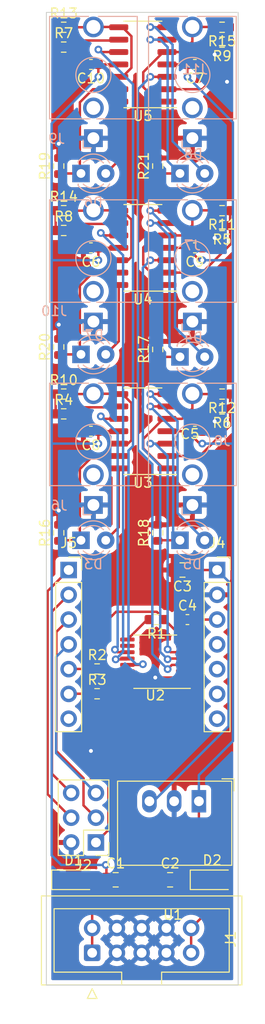
<source format=kicad_pcb>
(kicad_pcb (version 20211014) (generator pcbnew)
  (layers (0 "F.Cu" signal) (31 "B.Cu" signal) (34 "B.Paste" user) (35 "F.Paste" user) (36 "B.SilkS" user "B.Silkscreen") (37 "F.SilkS" user "F.Silkscreen") (38 "B.Mask" user) (39 "F.Mask" user) (44 "Edge.Cuts" user))
  (net 0 "")
  (net 1 "GND")
  (net 2 "+12V")
  (net 3 "-12V")
  (net 4 "+3V3")
  (net 5 "Net-(D1-Pad1)")
  (net 6 "Net-(D2-Pad2)")
  (net 7 "Net-(D3-Pad2)")
  (net 8 "Net-(D7-Pad2)")
  (net 9 "Net-(D4-Pad2)")
  (net 10 "Net-(D5-Pad1)")
  (net 11 "Net-(D5-Pad2)")
  (net 12 "Net-(D6-Pad1)")
  (net 13 "Net-(D6-Pad2)")
  (net 14 "Net-(D7-Pad1)")
  (net 15 "Net-(D8-Pad1)")
  (net 16 "Net-(J9-PadT)")
  (net 18 "+5V")
  (net 19 "MO")
  (net 20 "MI")
  (net 21 "SCK")
  (net 22 "RX")
  (net 23 "A0")
  (net 24 "A1")
  (net 25 "A2")
  (net 26 "A3")
  (net 27 "SDA")
  (net 28 "SCL")
  (net 29 "TX")
  (net 31 "Net-(J6-PadT)")
  (net 33 "Net-(J7-PadT)")
  (net 35 "Net-(J8-PadT)")
  (net 36 "Net-(R10-Pad1)")
  (net 37 "Net-(D4-Pad1)")
  (net 38 "Net-(R14-Pad1)")
  (net 39 "Net-(D8-Pad2)")
  (net 40 "Net-(D3-Pad1)")
  (net 41 "Net-(J10-PadT)")
  (net 43 "Net-(J11-PadT)")
  (net 45 "Net-(R1-Pad2)")
  (net 46 "Net-(R11-Pad1)")
  (net 47 "Net-(R12-Pad1)")
  (net 48 "Net-(R13-Pad1)")
  (net 49 "Net-(R15-Pad1)")
  (net 50 "Net-(U2-Pad4)")
  (net 51 "Net-(U2-Pad5)")
  (net 52 "Net-(U2-Pad6)")
  (net 55 "Net-(U2-Pad11)")
  (net 56 "Net-(U2-Pad12)")
  (net 57 "Net-(U2-Pad13)")
  (footprint "Capacitor_SMD:C_0805_2012Metric" (layer "F.Cu") (at 156.308048 128.27)
    (fp_text reference "C2")
    (fp_text value "22u")
  )
  (footprint "Connector_PinSocket_2.54mm:PinSocket_1x07_P2.54mm_Vertical" (layer "F.Cu") (at 161.134048 96.52)
    (fp_text reference "J4")
    (fp_text value "Conn_01x07")
  )
  (footprint "Resistor_SMD:R_0603_1608Metric" (layer "F.Cu") (at 144.878048 55.118 90)
    (fp_text reference "R19")
    (fp_text value "1k")
  )
  (footprint "Resistor_SMD:R_0603_1608Metric" (layer "F.Cu") (at 161.642048 40.894 180)
    (fp_text reference "R15")
    (fp_text value "10k")
  )
  (footprint "Resistor_SMD:R_0603_1608Metric" (layer "F.Cu") (at 148.815048 109.2)
    (fp_text reference "R3")
    (fp_text value "10k")
  )
  (footprint "Capacitor_SMD:C_0603_1608Metric" (layer "F.Cu") (at 158.848048 44.704 180)
    (fp_text reference "C7")
    (fp_text value "100n")
  )
  (footprint "Resistor_SMD:R_0603_1608Metric" (layer "F.Cu") (at 145.386048 40.894)
    (fp_text reference "R13")
    (fp_text value "10k")
  )
  (footprint "Converter_DCDC:Converter_DCDC_RECOM_R-78E-0.5_THT" (layer "F.Cu") (at 159.263048 120.2205 180)
    (fp_text reference "U1")
    (fp_text value "R-78C3.3-1.0")
  )
  (footprint "Package_SO:TSSOP-16_4.4x5mm_P0.65mm" (layer "F.Cu") (at 154.784048 105.918 180)
    (fp_text reference "U2")
    (fp_text value "DAC7578xPW")
  )
  (footprint "Resistor_SMD:R_0603_1608Metric" (layer "F.Cu") (at 155.038048 92.71 90)
    (fp_text reference "R18")
    (fp_text value "1k")
  )
  (footprint "Capacitor_SMD:C_0603_1608Metric" (layer "F.Cu") (at 158.848048 82.296 180)
    (fp_text reference "C5")
    (fp_text value "100n")
  )
  (footprint "Resistor_SMD:R_0603_1608Metric" (layer "F.Cu") (at 144.878048 73.66 90)
    (fp_text reference "R20")
    (fp_text value "1k")
  )
  (footprint "Resistor_SMD:R_0603_1608Metric" (layer "F.Cu") (at 145.386048 80.518)
    (fp_text reference "R4")
    (fp_text value "4.7k")
  )
  (footprint "Resistor_SMD:R_0603_1608Metric" (layer "F.Cu") (at 144.878048 92.71 90)
    (fp_text reference "R16")
    (fp_text value "1k")
  )
  (footprint "Resistor_SMD:R_0603_1608Metric" (layer "F.Cu") (at 161.642048 59.69 180)
    (fp_text reference "R11")
    (fp_text value "10k")
  )
  (footprint "Capacitor_SMD:C_0603_1608Metric" (layer "F.Cu") (at 148.180048 44.704 180)
    (fp_text reference "C10")
    (fp_text value "100n")
  )
  (footprint "Connector_PinSocket_2.54mm:PinSocket_1x07_P2.54mm_Vertical" (layer "F.Cu") (at 145.894048 96.52)
    (fp_text reference "J5")
    (fp_text value "Conn_01x07")
  )
  (footprint "Resistor_SMD:R_0603_1608Metric" (layer "F.Cu") (at 145.386048 42.926)
    (fp_text reference "R7")
    (fp_text value "4.7k")
  )
  (footprint "Package_SO:SOIC-14_3.9x8.7mm_P1.27mm" (layer "F.Cu") (at 153.514048 63.5 180)
    (fp_text reference "U4")
    (fp_text value "TL074")
  )
  (footprint "Package_SO:SOIC-14_3.9x8.7mm_P1.27mm" (layer "F.Cu") (at 153.514048 82.296 180)
    (fp_text reference "U3")
    (fp_text value "TL074")
  )
  (footprint "Resistor_SMD:R_0603_1608Metric" (layer "F.Cu") (at 155.038048 73.914 90)
    (fp_text reference "R17")
    (fp_text value "1k")
  )
  (footprint "Capacitor_SMD:C_0805_2012Metric" (layer "F.Cu") (at 150.720048 128.27)
    (fp_text reference "C1")
    (fp_text value "22u")
  )
  (footprint "Resistor_SMD:R_0603_1608Metric" (layer "F.Cu") (at 148.815048 106.66)
    (fp_text reference "R2")
    (fp_text value "10k")
  )
  (footprint "Resistor_SMD:R_0603_1608Metric" (layer "F.Cu") (at 161.642048 78.486 180)
    (fp_text reference "R12")
    (fp_text value "10k")
  )
  (footprint "Resistor_SMD:R_0603_1608Metric" (layer "F.Cu") (at 161.642048 42.418 180)
    (fp_text reference "R9")
    (fp_text value "4.7k")
  )
  (footprint "Resistor_SMD:R_0603_1608Metric" (layer "F.Cu") (at 161.642048 80.01 180)
    (fp_text reference "R6")
    (fp_text value "4.7k")
  )
  (footprint "Capacitor_SMD:C_0805_2012Metric" (layer "F.Cu") (at 157.578048 96.52 180)
    (fp_text reference "C3")
    (fp_text value "22u")
  )
  (footprint "Capacitor_SMD:C_0603_1608Metric" (layer "F.Cu") (at 158.086048 101.6)
    (fp_text reference "C4")
    (fp_text value "100n")
  )
  (footprint "Resistor_SMD:R_0603_1608Metric" (layer "F.Cu") (at 155.038048 55.118 90)
    (fp_text reference "R21")
    (fp_text value "1k")
  )
  (footprint "Connector_IDC:IDC-Header_2x05_P2.54mm_Vertical" (layer "F.Cu") (at 148.307048 135.7535 90)
    (fp_text reference "J1")
    (fp_text value "Conn_02x05_Odd_Even")
  )
  (footprint "Diode_SMD:D_SOD-123" (layer "F.Cu") (at 146.402048 128.27)
    (fp_text reference "D1")
    (fp_text value "1N5819")
  )
  (footprint "Connector_PinHeader_2.54mm:PinHeader_2x03_P2.54mm_Vertical" (layer "F.Cu") (at 148.693048 124.445 180)
    (fp_text reference "J2")
    (fp_text value "Conn_02x03_Odd_Even")
  )
  (footprint "Diode_SMD:D_SOD-123" (layer "F.Cu") (at 160.626048 128.27)
    (fp_text reference "D2")
    (fp_text value "1N5819")
  )
  (footprint "Resistor_SMD:R_0603_1608Metric" (layer "F.Cu") (at 154.911048 101.6 180)
    (fp_text reference "R1")
    (fp_text value "10k")
  )
  (footprint "Capacitor_SMD:C_0603_1608Metric" (layer "F.Cu") (at 148.180048 63.5 180)
    (fp_text reference "C6")
    (fp_text value "100n")
  )
  (footprint "Package_SO:SOIC-14_3.9x8.7mm_P1.27mm" (layer "F.Cu") (at 153.514048 44.704 180)
    (fp_text reference "U5")
    (fp_text value "TL074")
  )
  (footprint "Resistor_SMD:R_0603_1608Metric" (layer "F.Cu") (at 145.386048 61.722)
    (fp_text reference "R8")
    (fp_text value "4.7k")
  )
  (footprint "Capacitor_SMD:C_0603_1608Metric" (layer "F.Cu") (at 148.180048 82.296 180)
    (fp_text reference "C8")
    (fp_text value "100n")
  )
  (footprint "Resistor_SMD:R_0603_1608Metric" (layer "F.Cu") (at 145.386048 59.69)
    (fp_text reference "R14")
    (fp_text value "10k")
  )
  (footprint "Capacitor_SMD:C_0603_1608Metric" (layer "F.Cu") (at 158.848048 63.5 180)
    (fp_text reference "C9")
    (fp_text value "100n")
  )
  (footprint "Resistor_SMD:R_0603_1608Metric" (layer "F.Cu") (at 145.386048 78.486)
    (fp_text reference "R10")
    (fp_text value "10k")
  )
  (footprint "Resistor_SMD:R_0603_1608Metric" (layer "F.Cu") (at 161.642048 61.214 180)
    (fp_text reference "R5")
    (fp_text value "4.7k")
  )
  (footprint "LED_THT:LED_D3.0mm_FlatTop" (layer "B.Cu") (at 147.159048 93.472)
    (fp_text reference "D3")
    (fp_text value "LED")
  )
  (footprint "Connector_Audio:Jack_3.5mm_QingPu_WQP-PJ398SM_Vertical_CircularHoles" (layer "B.Cu") (at 158.594048 71.058)
    (fp_text reference "J7")
    (fp_text value "AudioJack2_SwitchT")
  )
  (footprint "Connector_Audio:Jack_3.5mm_QingPu_WQP-PJ398SM_Vertical_CircularHoles" (layer "B.Cu") (at 148.434048 52.262)
    (fp_text reference "J9")
    (fp_text value "AudioJack2_SwitchT")
  )
  (footprint "LED_THT:LED_D3.0mm_FlatTop" (layer "B.Cu") (at 147.159048 74.422)
    (fp_text reference "D7")
    (fp_text value "LED")
  )
  (footprint "Connector_Audio:Jack_3.5mm_QingPu_WQP-PJ398SM_Vertical_CircularHoles" (layer "B.Cu") (at 148.434048 89.854)
    (fp_text reference "J6")
    (fp_text value "AudioJack2_SwitchT")
  )
  (footprint "LED_THT:LED_D3.0mm_FlatTop" (layer "B.Cu") (at 147.159048 55.88)
    (fp_text reference "D6")
    (fp_text value "LED")
  )
  (footprint "Connector_Audio:Jack_3.5mm_QingPu_WQP-PJ398SM_Vertical_CircularHoles" (layer "B.Cu") (at 148.434048 71.058)
    (fp_text reference "J10")
    (fp_text value "AudioJack2_SwitchT")
  )
  (footprint "Connector_Audio:Jack_3.5mm_QingPu_WQP-PJ398SM_Vertical_CircularHoles" (layer "B.Cu") (at 158.594048 52.262)
    (fp_text reference "J11")
    (fp_text value "AudioJack2_SwitchT")
  )
  (footprint "LED_THT:LED_D3.0mm_FlatTop" (layer "B.Cu") (at 157.319048 55.88)
    (fp_text reference "D8")
    (fp_text value "LED")
  )
  (footprint "Connector_Audio:Jack_3.5mm_QingPu_WQP-PJ398SM_Vertical_CircularHoles" (layer "B.Cu") (at 158.594048 89.854)
    (fp_text reference "J8")
    (fp_text value "AudioJack2_SwitchT")
  )
  (footprint "LED_THT:LED_D3.0mm_FlatTop" (layer "B.Cu") (at 157.319048 93.472)
    (fp_text reference "D5")
    (fp_text value "LED")
  )
  (footprint "LED_THT:LED_D3.0mm_FlatTop" (layer "B.Cu") (at 157.319048 74.676)
    (fp_text reference "D4")
    (fp_text value "LED")
  )
  (gr_rect (start 143.608048 139.065) (end 163.293048 39.37) (layer "Edge.Cuts") (width 0.1) (fill none))
  (segment (start 152.609409 106.893) (end 151.921548 106.893) (width 0.25) (layer "F.Cu") (net 1))
  (segment (start 154.784048 107.543) (end 153.259409 107.543) (width 0.25) (layer "F.Cu") (net 1))
  (segment (start 153.259409 107.543) (end 152.609409 106.893) (width 0.25) (layer "F.Cu") (net 1))
  (segment (start 157.646548 107.543) (end 154.784048 107.543) (width 0.25) (layer "F.Cu") (net 1))
  (via (at 144.878048 90.424) (size 0.8) (drill 0.4) (layers "F.Cu" "B.Cu") (net 1))
  (via (at 160.880048 81.28) (size 0.8) (drill 0.4) (layers "F.Cu" "B.Cu") (net 1))
  (via (at 144.878048 52.832) (size 0.8) (drill 0.4) (layers "F.Cu" "B.Cu") (net 1))
  (via (at 160.880048 43.688) (size 0.8) (drill 0.4) (layers "F.Cu" "B.Cu") (net 1))
  (via (at 144.878048 71.374) (size 0.8) (drill 0.4) (layers "F.Cu" "B.Cu") (net 1))
  (via (at 162.150048 46.482) (size 0.8) (drill 0.4) (layers "F.Cu" "B.Cu") (net 1))
  (via (at 160.880048 62.484) (size 0.8) (drill 0.4) (layers "F.Cu" "B.Cu") (net 1))
  (via (at 148.180048 115.062) (size 0.8) (drill 0.4) (layers "F.Cu" "B.Cu") (net 1))
  (via (at 154.784048 107.543) (size 0.8) (drill 0.4) (layers "F.Cu" "B.Cu") (net 1))
  (segment (start 159.263048 127.983) (end 158.976048 128.27) (width 0.25) (layer "F.Cu") (net 2))
  (segment (start 159.263048 120.2205) (end 159.263048 127.983) (width 0.25) (layer "F.Cu") (net 2))
  (segment (start 158.073048 45.961) (end 158.073048 44.704) (width 0.25) (layer "F.Cu") (net 2))
  (segment (start 158.976048 128.27) (end 157.258048 128.27) (width 0.25) (layer "F.Cu") (net 2))
  (segment (start 159.605749 83.561701) (end 159.338749 83.561701) (width 0.25) (layer "F.Cu") (net 2))
  (segment (start 159.338749 83.561701) (end 158.073048 82.296) (width 0.25) (layer "F.Cu") (net 2))
  (segment (start 158.086048 45.974) (end 158.073048 45.961) (width 0.25) (layer "F.Cu") (net 2))
  (segment (start 155.989048 82.296) (end 158.073048 82.296) (width 0.25) (layer "F.Cu") (net 2))
  (segment (start 159.343048 64.77) (end 158.073048 63.5) (width 0.25) (layer "F.Cu") (net 2))
  (segment (start 158.073048 63.5) (end 155.989048 63.5) (width 0.25) (layer "F.Cu") (net 2))
  (segment (start 159.610048 64.77) (end 159.343048 64.77) (width 0.25) (layer "F.Cu") (net 2))
  (segment (start 155.989048 44.704) (end 158.073048 44.704) (width 0.25) (layer "F.Cu") (net 2))
  (via (at 159.610048 64.77) (size 0.8) (drill 0.4) (layers "F.Cu" "B.Cu") (net 2))
  (via (at 158.086048 45.974) (size 0.8) (drill 0.4) (layers "F.Cu" "B.Cu") (net 2))
  (via (at 159.605749 83.561701) (size 0.8) (drill 0.4) (layers "F.Cu" "B.Cu") (net 2))
  (segment (start 159.605749 83.561701) (end 159.610048 83.566) (width 0.25) (layer "B.Cu") (net 2))
  (segment (start 159.610048 64.77) (end 162.658048 64.77) (width 0.25) (layer "B.Cu") (net 2))
  (segment (start 159.263048 117.541031) (end 162.758079 114.046) (width 0.25) (layer "B.Cu") (net 2))
  (segment (start 159.610048 83.566) (end 162.658048 83.566) (width 0.25) (layer "B.Cu") (net 2))
  (segment (start 162.658048 83.566) (end 162.758079 83.465969) (width 0.25) (layer "B.Cu") (net 2))
  (segment (start 159.263048 120.2205) (end 159.263048 117.541031) (width 0.25) (layer "B.Cu") (net 2))
  (segment (start 162.758079 83.465969) (end 162.758079 114.046) (width 0.25) (layer "B.Cu") (net 2))
  (segment (start 158.086048 45.974) (end 162.758079 50.646031) (width 0.25) (layer "B.Cu") (net 2))
  (segment (start 162.758079 64.669969) (end 162.758079 83.465969) (width 0.25) (layer "B.Cu") (net 2))
  (segment (start 162.658048 64.77) (end 162.758079 64.669969) (width 0.25) (layer "B.Cu") (net 2))
  (segment (start 162.758079 50.646031) (end 162.758079 64.669969) (width 0.25) (layer "B.Cu") (net 2))
  (segment (start 148.942048 83.566) (end 148.942048 82.309) (width 0.25) (layer "F.Cu") (net 3))
  (segment (start 149.770048 128.27) (end 149.770048 126.812) (width 0.25) (layer "F.Cu") (net 3))
  (segment (start 151.039048 63.5) (end 148.955048 63.5) (width 0.25) (layer "F.Cu") (net 3))
  (segment (start 148.942048 63.513) (end 148.955048 63.5) (width 0.25) (layer "F.Cu") (net 3))
  (segment (start 148.942048 64.77) (end 148.942048 63.513) (width 0.25) (layer "F.Cu") (net 3))
  (segment (start 148.942048 82.309) (end 148.955048 82.296) (width 0.25) (layer "F.Cu") (net 3))
  (segment (start 148.955048 82.296) (end 151.039048 82.296) (width 0.25) (layer "F.Cu") (net 3))
  (segment (start 148.052048 128.27) (end 149.770048 128.27) (width 0.25) (layer "F.Cu") (net 3))
  (segment (start 148.942048 44.717) (end 148.955048 44.704) (width 0.25) (layer "F.Cu") (net 3))
  (segment (start 148.942048 45.974) (end 148.942048 44.717) (width 0.25) (layer "F.Cu") (net 3))
  (segment (start 149.770048 126.812) (end 149.704048 126.746) (width 0.25) (layer "F.Cu") (net 3))
  (segment (start 151.039048 44.704) (end 148.955048 44.704) (width 0.25) (layer "F.Cu") (net 3))
  (via (at 148.942048 45.974) (size 0.8) (drill 0.4) (layers "F.Cu" "B.Cu") (net 3))
  (via (at 148.942048 83.566) (size 0.8) (drill 0.4) (layers "F.Cu" "B.Cu") (net 3))
  (via (at 148.942048 64.77) (size 0.8) (drill 0.4) (layers "F.Cu" "B.Cu") (net 3))
  (via (at 149.704048 126.746) (size 0.8) (drill 0.4) (layers "F.Cu" "B.Cu") (net 3))
  (segment (start 144.153537 83.528511) (end 144.153537 64.732511) (width 0.25) (layer "B.Cu") (net 3))
  (segment (start 145.132048 126.746) (end 144.153537 125.767489) (width 0.25) (layer "B.Cu") (net 3))
  (segment (start 148.942048 64.77) (end 144.191026 64.77) (width 0.25) (layer "B.Cu") (net 3))
  (segment (start 144.153537 64.732511) (end 144.153537 50.762511) (width 0.25) (layer "B.Cu") (net 3))
  (segment (start 144.153537 125.767489) (end 144.153537 83.528511) (width 0.25) (layer "B.Cu") (net 3))
  (segment (start 149.704048 126.746) (end 145.132048 126.746) (width 0.25) (layer "B.Cu") (net 3))
  (segment (start 148.942048 83.566) (end 144.191026 83.566) (width 0.25) (layer "B.Cu") (net 3))
  (segment (start 144.191026 64.77) (end 144.153537 64.732511) (width 0.25) (layer "B.Cu") (net 3))
  (segment (start 144.153537 50.762511) (end 148.942048 45.974) (width 0.25) (layer "B.Cu") (net 3))
  (segment (start 144.191026 83.566) (end 144.153537 83.528511) (width 0.25) (layer "B.Cu") (net 3))
  (segment (start 157.646548 103.643) (end 157.646548 102.8145) (width 0.25) (layer "F.Cu") (net 4))
  (segment (start 158.861048 108.316361) (end 158.861048 106.366361) (width 0.25) (layer "F.Cu") (net 4))
  (segment (start 157.646548 102.8145) (end 158.861048 101.6) (width 0.25) (layer "F.Cu") (net 4))
  (segment (start 158.861048 106.366361) (end 158.861048 101.6) (width 0.25) (layer "F.Cu") (net 4))
  (segment (start 158.334409 106.893) (end 158.861048 106.366361) (width 0.25) (layer "F.Cu") (net 4))
  (segment (start 158.861048 101.6) (end 161.134048 101.6) (width 0.25) (layer "F.Cu") (net 4))
  (segment (start 157.646548 102.8145) (end 156.950548 102.8145) (width 0.25) (layer "F.Cu") (net 4))
  (segment (start 149.978048 123.16) (end 148.693048 124.445) (width 0.25) (layer "F.Cu") (net 4))
  (segment (start 155.736048 101.6) (end 154.936528 100.80048) (width 0.25) (layer "F.Cu") (net 4))
  (segment (start 149.640048 109.2) (end 157.977409 109.2) (width 0.25) (layer "F.Cu") (net 4))
  (segment (start 157.977409 109.2) (end 158.861048 108.316361) (width 0.25) (layer "F.Cu") (net 4))
  (segment (start 156.950548 102.8145) (end 155.736048 101.6) (width 0.25) (layer "F.Cu") (net 4))
  (segment (start 150.757568 100.80048) (end 149.640048 101.918) (width 0.25) (layer "F.Cu") (net 4))
  (segment (start 149.640048 109.2) (end 149.978048 109.538) (width 0.25) (layer "F.Cu") (net 4))
  (segment (start 149.978048 109.538) (end 149.978048 123.16) (width 0.25) (layer "F.Cu") (net 4))
  (segment (start 149.640048 101.918) (end 149.640048 106.66) (width 0.25) (layer "F.Cu") (net 4))
  (segment (start 154.936528 100.80048) (end 150.757568 100.80048) (width 0.25) (layer "F.Cu") (net 4))
  (segment (start 157.646548 106.893) (end 158.334409 106.893) (width 0.25) (layer "F.Cu") (net 4))
  (segment (start 148.307048 135.7535) (end 148.307048 133.2135) (width 0.25) (layer "F.Cu") (net 5))
  (segment (start 148.307048 131.825) (end 144.752048 128.27) (width 0.25) (layer "F.Cu") (net 5))
  (segment (start 148.307048 133.2135) (end 148.307048 131.825) (width 0.25) (layer "F.Cu") (net 5))
  (segment (start 162.276048 128.27) (end 162.276048 129.4045) (width 0.25) (layer "F.Cu") (net 6))
  (segment (start 162.276048 129.4045) (end 158.467048 133.2135) (width 0.25) (layer "F.Cu") (net 6))
  (segment (start 158.467048 135.7535) (end 158.467048 133.2135) (width 0.25) (layer "F.Cu") (net 6))
  (segment (start 151.039048 86.106) (end 151.039048 92.132) (width 0.25) (layer "F.Cu") (net 7))
  (segment (start 151.039048 92.132) (end 149.699048 93.472) (width 0.25) (layer "F.Cu") (net 7))
  (segment (start 151.039048 73.082) (end 149.699048 74.422) (width 0.25) (layer "F.Cu") (net 8))
  (segment (start 151.039048 67.31) (end 151.039048 73.082) (width 0.25) (layer "F.Cu") (net 8))
  (segment (start 154.276048 59.69) (end 155.989048 59.69) (width 0.25) (layer "F.Cu") (net 9))
  (via (at 154.276048 59.69) (size 0.8) (drill 0.4) (layers "F.Cu" "B.Cu") (net 9))
  (segment (start 156.816048 71.633) (end 156.816048 62.23) (width 0.25) (layer "B.Cu") (net 9))
  (segment (start 159.859048 74.676) (end 156.816048 71.633) (width 0.25) (layer "B.Cu") (net 9))
  (segment (start 156.816048 62.23) (end 154.276048 59.69) (width 0.25) (layer "B.Cu") (net 9))
  (segment (start 155.101048 93.472) (end 155.038048 93.535) (width 0.25) (layer "F.Cu") (net 10))
  (segment (start 157.319048 93.472) (end 155.101048 93.472) (width 0.25) (layer "F.Cu") (net 10))
  (segment (start 154.276048 79.756) (end 155.989048 79.756) (width 0.25) (layer "F.Cu") (net 10))
  (via (at 154.276048 79.756) (size 0.8) (drill 0.4) (layers "F.Cu" "B.Cu") (net 10))
  (segment (start 157.319048 93.472) (end 156.620528 92.77348) (width 0.25) (layer "B.Cu") (net 10))
  (segment (start 156.620528 82.10048) (end 154.276048 79.756) (width 0.25) (layer "B.Cu") (net 10))
  (segment (start 156.620528 92.77348) (end 156.620528 82.10048) (width 0.25) (layer "B.Cu") (net 10))
  (segment (start 154.276048 78.486) (end 155.989048 78.486) (width 0.25) (layer "F.Cu") (net 11))
  (via (at 154.276048 78.486) (size 0.8) (drill 0.4) (layers "F.Cu" "B.Cu") (net 11))
  (segment (start 157.070048 90.683) (end 157.070048 81.28) (width 0.25) (layer "B.Cu") (net 11))
  (segment (start 159.859048 93.472) (end 157.070048 90.683) (width 0.25) (layer "B.Cu") (net 11))
  (segment (start 157.070048 81.28) (end 154.276048 78.486) (width 0.25) (layer "B.Cu") (net 11))
  (segment (start 147.044537 55.765489) (end 147.159048 55.88) (width 0.25) (layer "F.Cu") (net 12))
  (segment (start 148.386982 47.244) (end 147.044537 48.586445) (width 0.25) (layer "F.Cu") (net 12))
  (segment (start 147.044537 48.586445) (end 147.044537 55.765489) (width 0.25) (layer "F.Cu") (net 12))
  (segment (start 144.941048 55.88) (end 144.878048 55.943) (width 0.25) (layer "F.Cu") (net 12))
  (segment (start 151.039048 47.244) (end 148.386982 47.244) (width 0.25) (layer "F.Cu") (net 12))
  (segment (start 147.159048 55.88) (end 144.941048 55.88) (width 0.25) (layer "F.Cu") (net 12))
  (segment (start 151.039048 48.514) (end 151.039048 54.54) (width 0.25) (layer "F.Cu") (net 13))
  (segment (start 151.039048 54.54) (end 149.699048 55.88) (width 0.25) (layer "F.Cu") (net 13))
  (segment (start 144.941048 74.422) (end 144.878048 74.485) (width 0.25) (layer "F.Cu") (net 14))
  (segment (start 151.039048 66.04) (end 148.386982 66.04) (width 0.25) (layer "F.Cu") (net 14))
  (segment (start 148.386982 66.04) (end 147.044537 67.382445) (width 0.25) (layer "F.Cu") (net 14))
  (segment (start 147.044537 67.382445) (end 147.044537 74.307489) (width 0.25) (layer "F.Cu") (net 14))
  (segment (start 147.159048 74.422) (end 144.941048 74.422) (width 0.25) (layer "F.Cu") (net 14))
  (segment (start 147.044537 74.307489) (end 147.159048 74.422) (width 0.25) (layer "F.Cu") (net 14))
  (segment (start 155.989048 42.164) (end 154.276048 42.164) (width 0.25) (layer "F.Cu") (net 15))
  (segment (start 155.101048 55.88) (end 155.038048 55.943) (width 0.25) (layer "F.Cu") (net 15))
  (segment (start 157.319048 55.88) (end 155.101048 55.88) (width 0.25) (layer "F.Cu") (net 15))
  (via (at 154.276048 42.164) (size 0.8) (drill 0.4) (layers "F.Cu" "B.Cu") (net 15))
  (segment (start 156.054048 54.615) (end 156.054048 42.926) (width 0.25) (layer "B.Cu") (net 15))
  (segment (start 155.292048 42.164) (end 154.276048 42.164) (width 0.25) (layer "B.Cu") (net 15))
  (segment (start 156.054048 42.926) (end 155.292048 42.164) (width 0.25) (layer "B.Cu") (net 15))
  (segment (start 157.319048 55.88) (end 156.054048 54.615) (width 0.25) (layer "B.Cu") (net 15))
  (segment (start 151.039048 45.974) (end 151.41512 45.974) (width 0.25) (layer "F.Cu") (net 16))
  (segment (start 152.338568 41.817448) (end 151.41512 40.894) (width 0.25) (layer "F.Cu") (net 16))
  (segment (start 151.41512 45.974) (end 152.338568 45.050552) (width 0.25) (layer "F.Cu") (net 16))
  (segment (start 148.402048 40.894) (end 148.434048 40.862) (width 0.25) (layer "F.Cu") (net 16))
  (segment (start 151.41512 40.894) (end 151.039048 40.894) (width 0.25) (layer "F.Cu") (net 16))
  (segment (start 151.007048 40.862) (end 148.434048 40.862) (width 0.25) (layer "F.Cu") (net 16))
  (segment (start 146.211048 40.894) (end 148.402048 40.894) (width 0.25) (layer "F.Cu") (net 16))
  (segment (start 151.039048 40.894) (end 151.007048 40.862) (width 0.25) (layer "F.Cu") (net 16))
  (segment (start 152.338568 45.050552) (end 152.338568 41.817448) (width 0.25) (layer "F.Cu") (net 16))
  (segment (start 158.528048 96.52) (end 161.134048 96.52) (width 0.25) (layer "F.Cu") (net 18))
  (segment (start 154.610059 120.2205) (end 162.308559 112.522) (width 0.25) (layer "B.Cu") (net 18))
  (segment (start 161.134048 96.52) (end 162.308559 97.694511) (width 0.25) (layer "B.Cu") (net 18))
  (segment (start 154.183048 120.2205) (end 154.610059 120.2205) (width 0.25) (layer "B.Cu") (net 18))
  (segment (start 162.308559 112.522) (end 162.308559 97.694511) (width 0.25) (layer "B.Cu") (net 18))
  (segment (start 146.143048 121.905) (end 143.733068 119.49502) (width 0.25) (layer "F.Cu") (net 23))
  (segment (start 143.733068 98.68098) (end 145.894048 96.52) (width 0.25) (layer "F.Cu") (net 23))
  (segment (start 143.733068 119.49502) (end 143.733068 98.68098) (width 0.25) (layer "F.Cu") (net 23))
  (segment (start 144.182588 100.77146) (end 145.894048 99.06) (width 0.25) (layer "F.Cu") (net 24))
  (segment (start 144.182588 117.40454) (end 144.182588 100.77146) (width 0.25) (layer "F.Cu") (net 24))
  (segment (start 146.143048 119.365) (end 144.182588 117.40454) (width 0.25) (layer "F.Cu") (net 24))
  (segment (start 144.632108 115.07006) (end 144.632108 102.86194) (width 0.25) (layer "F.Cu") (net 25))
  (segment (start 144.632108 102.86194) (end 145.894048 101.6) (width 0.25) (layer "F.Cu") (net 25))
  (segment (start 147.418048 117.856) (end 144.632108 115.07006) (width 0.25) (layer "F.Cu") (net 25))
  (segment (start 147.418048 120.64) (end 147.418048 117.856) (width 0.25) (layer "F.Cu") (net 25))
  (segment (start 148.683048 121.905) (end 147.418048 120.64) (width 0.25) (layer "F.Cu") (net 25))
  (segment (start 148.683048 119.365) (end 144.603057 115.285009) (width 0.25) (layer "B.Cu") (net 26))
  (segment (start 144.603057 115.285009) (end 144.603057 105.430991) (width 0.25) (layer "B.Cu") (net 26))
  (segment (start 144.603057 105.430991) (end 145.894048 104.14) (width 0.25) (layer "B.Cu") (net 26))
  (segment (start 148.873048 107.543) (end 147.990048 106.66) (width 0.25) (layer "F.Cu") (net 27))
  (segment (start 145.914048 106.66) (end 145.894048 106.68) (width 0.25) (layer "F.Cu") (net 27))
  (segment (start 147.990048 106.66) (end 145.914048 106.66) (width 0.25) (layer "F.Cu") (net 27))
  (segment (start 151.921548 107.543) (end 148.873048 107.543) (width 0.25) (layer "F.Cu") (net 27))
  (segment (start 151.921548 108.193) (end 148.997048 108.193) (width 0.25) (layer "F.Cu") (net 28))
  (segment (start 145.914048 109.2) (end 145.894048 109.22) (width 0.25) (layer "F.Cu") (net 28))
  (segment (start 148.997048 108.193) (end 147.990048 109.2) (width 0.25) (layer "F.Cu") (net 28))
  (segment (start 147.990048 109.2) (end 145.914048 109.2) (width 0.25) (layer "F.Cu") (net 28))
  (segment (start 146.211048 78.486) (end 148.402048 78.486) (width 0.25) (layer "F.Cu") (net 31))
  (segment (start 151.41512 78.486) (end 152.338568 79.409448) (width 0.25) (layer "F.Cu") (net 31))
  (segment (start 151.007048 78.454) (end 151.039048 78.486) (width 0.25) (layer "F.Cu") (net 31))
  (segment (start 152.338568 79.409448) (end 152.338568 83.21748) (width 0.25) (layer "F.Cu") (net 31))
  (segment (start 148.402048 78.486) (end 148.434048 78.454) (width 0.25) (layer "F.Cu") (net 31))
  (segment (start 152.338568 83.21748) (end 151.990048 83.566) (width 0.25) (layer "F.Cu") (net 31))
  (segment (start 151.990048 83.566) (end 151.039048 83.566) (width 0.25) (layer "F.Cu") (net 31))
  (segment (start 148.434048 78.454) (end 151.007048 78.454) (width 0.25) (layer "F.Cu") (net 31))
  (segment (start 151.039048 78.486) (end 151.41512 78.486) (width 0.25) (layer "F.Cu") (net 31))
  (segment (start 157.528185 62.23) (end 155.989048 62.23) (width 0.25) (layer "F.Cu") (net 33))
  (segment (start 155.989048 67.31) (end 155.612976 67.31) (width 0.25) (layer "F.Cu") (net 33))
  (segment (start 158.594048 61.164137) (end 157.528185 62.23) (width 0.25) (layer "F.Cu") (net 33))
  (segment (start 158.594048 59.658) (end 160.785048 59.658) (width 0.25) (layer "F.Cu") (net 33))
  (segment (start 154.784048 62.23) (end 155.989048 62.23) (width 0.25) (layer "F.Cu") (net 33))
  (segment (start 160.785048 59.658) (end 160.817048 59.69) (width 0.25) (layer "F.Cu") (net 33))
  (segment (start 158.594048 59.658) (end 158.594048 61.164137) (width 0.25) (layer "F.Cu") (net 33))
  (segment (start 155.612976 67.31) (end 153.551537 65.248561) (width 0.25) (layer "F.Cu") (net 33))
  (segment (start 153.551537 63.462511) (end 154.784048 62.23) (width 0.25) (layer "F.Cu") (net 33))
  (segment (start 153.551537 65.248561) (end 153.551537 63.462511) (width 0.25) (layer "F.Cu") (net 33))
  (segment (start 155.989048 86.106) (end 155.612976 86.106) (width 0.25) (layer "F.Cu") (net 35))
  (segment (start 158.594048 78.454) (end 158.594048 79.960137) (width 0.25) (layer "F.Cu") (net 35))
  (segment (start 153.551537 83.087439) (end 155.612976 81.026) (width 0.25) (layer "F.Cu") (net 35))
  (segment (start 153.551537 84.044561) (end 153.551537 83.087439) (width 0.25) (layer "F.Cu") (net 35))
  (segment (start 155.612976 86.106) (end 153.551537 84.044561) (width 0.25) (layer "F.Cu") (net 35))
  (segment (start 155.612976 81.026) (end 155.989048 81.026) (width 0.25) (layer "F.Cu") (net 35))
  (segment (start 158.594048 79.960137) (end 157.528185 81.026) (width 0.25) (layer "F.Cu") (net 35))
  (segment (start 158.626048 78.486) (end 158.594048 78.454) (width 0.25) (layer "F.Cu") (net 35))
  (segment (start 157.528185 81.026) (end 155.989048 81.026) (width 0.25) (layer "F.Cu") (net 35))
  (segment (start 160.817048 78.486) (end 158.626048 78.486) (width 0.25) (layer "F.Cu") (net 35))
  (segment (start 150.951537 79.843511) (end 146.997559 79.843511) (width 0.25) (layer "F.Cu") (net 36))
  (segment (start 144.561048 78.486) (end 144.561048 80.518) (width 0.25) (layer "F.Cu") (net 36))
  (segment (start 146.439568 79.28552) (end 145.360568 79.28552) (width 0.25) (layer "F.Cu") (net 36))
  (segment (start 145.360568 79.28552) (end 144.561048 78.486) (width 0.25) (layer "F.Cu") (net 36))
  (segment (start 151.039048 79.756) (end 150.951537 79.843511) (width 0.25) (layer "F.Cu") (net 36))
  (segment (start 146.997559 79.843511) (end 146.439568 79.28552) (width 0.25) (layer "F.Cu") (net 36))
  (segment (start 154.276048 60.96) (end 155.989048 60.96) (width 0.25) (layer "F.Cu") (net 37))
  (segment (start 155.101048 74.676) (end 155.038048 74.739) (width 0.25) (layer "F.Cu") (net 37))
  (segment (start 157.319048 74.676) (end 155.101048 74.676) (width 0.25) (layer "F.Cu") (net 37))
  (via (at 154.276048 60.96) (size 0.8) (drill 0.4) (layers "F.Cu" "B.Cu") (net 37))
  (segment (start 154.91033 60.96) (end 154.276048 60.96) (width 0.25) (layer "B.Cu") (net 37))
  (segment (start 157.319048 74.676) (end 156.244189 73.601141) (width 0.25) (layer "B.Cu") (net 37))
  (segment (start 156.244189 62.293859) (end 154.91033 60.96) (width 0.25) (layer "B.Cu") (net 37))
  (segment (start 156.244189 73.601141) (end 156.244189 62.293859) (width 0.25) (layer "B.Cu") (net 37))
  (segment (start 146.753342 61.047511) (end 146.411831 60.706) (width 0.25) (layer "F.Cu") (net 38))
  (segment (start 145.577048 60.706) (end 144.561048 59.69) (width 0.25) (layer "F.Cu") (net 38))
  (segment (start 150.951537 61.047511) (end 146.753342 61.047511) (width 0.25) (layer "F.Cu") (net 38))
  (segment (start 144.561048 59.69) (end 144.561048 61.722) (width 0.25) (layer "F.Cu") (net 38))
  (segment (start 146.411831 60.706) (end 145.577048 60.706) (width 0.25) (layer "F.Cu") (net 38))
  (segment (start 151.039048 60.96) (end 150.951537 61.047511) (width 0.25) (layer "F.Cu") (net 38))
  (segment (start 155.989048 40.894) (end 154.291727 40.894) (width 0.25) (layer "F.Cu") (net 39))
  (segment (start 154.291727 40.894) (end 154.276048 40.878321) (width 0.25) (layer "F.Cu") (net 39))
  (via (at 154.276048 40.878321) (size 0.8) (drill 0.4) (layers "F.Cu" "B.Cu") (net 39))
  (segment (start 156.562048 52.583) (end 156.562048 42.672) (width 0.25) (layer "B.Cu") (net 39))
  (segment (start 154.768369 40.878321) (end 154.276048 40.878321) (width 0.25) (layer "B.Cu") (net 39))
  (segment (start 159.859048 55.88) (end 156.562048 52.583) (width 0.25) (layer "B.Cu") (net 39))
  (segment (start 156.562048 42.672) (end 154.768369 40.878321) (width 0.25) (layer "B.Cu") (net 39))
  (segment (start 148.386982 84.836) (end 147.044537 86.178445) (width 0.25) (layer "F.Cu") (net 40))
  (segment (start 147.159048 93.472) (end 144.941048 93.472) (width 0.25) (layer "F.Cu") (net 40))
  (segment (start 144.941048 93.472) (end 144.878048 93.535) (width 0.25) (layer "F.Cu") (net 40))
  (segment (start 147.044537 86.178445) (end 147.044537 93.357489) (width 0.25) (layer "F.Cu") (net 40))
  (segment (start 151.039048 84.836) (end 148.386982 84.836) (width 0.25) (layer "F.Cu") (net 40))
  (segment (start 147.044537 93.357489) (end 147.159048 93.472) (width 0.25) (layer "F.Cu") (net 40))
  (segment (start 148.402048 59.69) (end 148.434048 59.658) (width 0.25) (layer "F.Cu") (net 41))
  (segment (start 151.039048 59.69) (end 151.41512 59.69) (width 0.25) (layer "F.Cu") (net 41))
  (segment (start 146.211048 59.69) (end 148.402048 59.69) (width 0.25) (layer "F.Cu") (net 41))
  (segment (start 151.007048 59.658) (end 148.434048 59.658) (width 0.25) (layer "F.Cu") (net 41))
  (segment (start 151.039048 59.69) (end 151.007048 59.658) (width 0.25) (layer "F.Cu") (net 41))
  (segment (start 151.990048 64.77) (end 151.039048 64.77) (width 0.25) (layer "F.Cu") (net 41))
  (segment (start 151.41512 59.69) (end 152.338568 60.613448) (width 0.25) (layer "F.Cu") (net 41))
  (segment (start 152.338568 64.42148) (end 151.990048 64.77) (width 0.25) (layer "F.Cu") (net 41))
  (segment (start 152.338568 60.613448) (end 152.338568 64.42148) (width 0.25) (layer "F.Cu") (net 41))
  (segment (start 158.594048 40.862) (end 158.594048 42.368137) (width 0.25) (layer "F.Cu") (net 43))
  (segment (start 155.612976 43.434) (end 153.551537 45.495439) (width 0.25) (layer "F.Cu") (net 43))
  (segment (start 155.038048 48.514) (end 155.989048 48.514) (width 0.25) (layer "F.Cu") (net 43))
  (segment (start 158.594048 40.862) (end 160.785048 40.862) (width 0.25) (layer "F.Cu") (net 43))
  (segment (start 158.594048 42.368137) (end 157.528185 43.434) (width 0.25) (layer "F.Cu") (net 43))
  (segment (start 160.785048 40.862) (end 160.817048 40.894) (width 0.25) (layer "F.Cu") (net 43))
  (segment (start 153.551537 47.027489) (end 155.038048 48.514) (width 0.25) (layer "F.Cu") (net 43))
  (segment (start 157.528185 43.434) (end 155.989048 43.434) (width 0.25) (layer "F.Cu") (net 43))
  (segment (start 153.551537 45.495439) (end 153.551537 47.027489) (width 0.25) (layer "F.Cu") (net 43))
  (segment (start 155.989048 43.434) (end 155.612976 43.434) (width 0.25) (layer "F.Cu") (net 43))
  (segment (start 154.086048 101.6) (end 153.964548 101.6) (width 0.25) (layer "F.Cu") (net 45))
  (segment (start 153.964548 101.6) (end 151.921548 103.643) (width 0.25) (layer "F.Cu") (net 45))
  (segment (start 162.467048 63.183) (end 162.467048 61.214) (width 0.25) (layer "F.Cu") (net 46))
  (segment (start 159.610048 66.04) (end 162.467048 63.183) (width 0.25) (layer "F.Cu") (net 46))
  (segment (start 155.989048 66.04) (end 159.610048 66.04) (width 0.25) (layer "F.Cu") (net 46))
  (segment (start 162.467048 61.214) (end 162.467048 59.69) (width 0.25) (layer "F.Cu") (net 46))
  (segment (start 162.467048 80.01) (end 162.467048 78.486) (width 0.25) (layer "F.Cu") (net 47))
  (segment (start 155.989048 84.836) (end 159.356048 84.836) (width 0.25) (layer "F.Cu") (net 47))
  (segment (start 159.356048 84.836) (end 162.467048 81.725) (width 0.25) (layer "F.Cu") (net 47))
  (segment (start 162.467048 81.725) (end 162.467048 80.01) (width 0.25) (layer "F.Cu") (net 47))
  (segment (start 146.439568 41.69352) (end 145.360568 41.69352) (width 0.25) (layer "F.Cu") (net 48))
  (segment (start 146.997559 42.251511) (end 146.439568 41.69352) (width 0.25) (layer "F.Cu") (net 48))
  (segment (start 144.561048 40.894) (end 144.561048 42.418) (width 0.25) (layer "F.Cu") (net 48))
  (segment (start 145.360568 41.69352) (end 144.561048 40.894) (width 0.25) (layer "F.Cu") (net 48))
  (segment (start 151.039048 42.164) (end 150.951537 42.251511) (width 0.25) (layer "F.Cu") (net 48))
  (segment (start 150.951537 42.251511) (end 146.997559 42.251511) (width 0.25) (layer "F.Cu") (net 48))
  (segment (start 159.610048 47.244) (end 162.467048 44.387) (width 0.25) (layer "F.Cu") (net 49))
  (segment (start 155.989048 47.244) (end 159.610048 47.244) (width 0.25) (layer "F.Cu") (net 49))
  (segment (start 162.467048 40.894) (end 162.467048 42.418) (width 0.25) (layer "F.Cu") (net 49))
  (segment (start 162.467048 44.387) (end 162.467048 42.418) (width 0.25) (layer "F.Cu") (net 49))
  (segment (start 154.276048 45.974) (end 155.989048 45.974) (width 0.25) (layer "F.Cu") (net 50))
  (segment (start 156.491048 106.243) (end 156.054048 106.68) (width 0.25) (layer "F.Cu") (net 50))
  (segment (start 157.646548 106.243) (end 156.491048 106.243) (width 0.25) (layer "F.Cu") (net 50))
  (via (at 156.054048 106.68) (size 0.8) (drill 0.4) (layers "F.Cu" "B.Cu") (net 50))
  (via (at 154.276048 45.974) (size 0.8) (drill 0.4) (layers "F.Cu" "B.Cu") (net 50))
  (segment (start 153.006048 47.244) (end 154.276048 45.974) (width 0.25) (layer "B.Cu") (net 50))
  (segment (start 154.484559 105.119125) (end 154.484559 85.680229) (width 0.25) (layer "B.Cu") (net 50))
  (segment (start 156.045434 106.68) (end 154.484559 105.119125) (width 0.25) (layer "B.Cu") (net 50))
  (segment (start 154.484559 85.680229) (end 153.006048 84.201718) (width 0.25) (layer "B.Cu") (net 50))
  (segment (start 153.006048 84.201718) (end 153.006048 47.244) (width 0.25) (layer "B.Cu") (net 50))
  (segment (start 156.054048 106.68) (end 156.045434 106.68) (width 0.25) (layer "B.Cu") (net 50))
  (segment (start 156.125048 105.593) (end 156.054048 105.664) (width 0.25) (layer "F.Cu") (net 51))
  (segment (start 157.646548 105.593) (end 156.125048 105.593) (width 0.25) (layer "F.Cu") (net 51))
  (segment (start 154.276048 64.77) (end 155.989048 64.77) (width 0.25) (layer "F.Cu") (net 51))
  (via (at 156.054048 105.664) (size 0.8) (drill 0.4) (layers "F.Cu" "B.Cu") (net 51))
  (via (at 154.276048 64.77) (size 0.8) (drill 0.4) (layers "F.Cu" "B.Cu") (net 51))
  (segment (start 155.292048 85.852) (end 153.514048 84.074) (width 0.25) (layer "B.Cu") (net 51))
  (segment (start 153.514048 65.532) (end 154.276048 64.77) (width 0.25) (layer "B.Cu") (net 51))
  (segment (start 155.292048 104.910614) (end 155.292048 85.852) (width 0.25) (layer "B.Cu") (net 51))
  (segment (start 153.514048 84.074) (end 153.514048 65.532) (width 0.25) (layer "B.Cu") (net 51))
  (segment (start 156.054048 105.664) (end 156.045434 105.664) (width 0.25) (layer "B.Cu") (net 51))
  (segment (start 156.045434 105.664) (end 155.292048 104.910614) (width 0.25) (layer "B.Cu") (net 51))
  (segment (start 156.349048 104.943) (end 156.054048 104.648) (width 0.25) (layer "F.Cu") (net 52))
  (segment (start 157.646548 104.943) (end 156.349048 104.943) (width 0.25) (layer "F.Cu") (net 52))
  (segment (start 154.276048 83.566) (end 155.989048 83.566) (width 0.25) (layer "F.Cu") (net 52))
  (via (at 156.054048 104.648) (size 0.8) (drill 0.4) (layers "F.Cu" "B.Cu") (net 52))
  (via (at 154.276048 83.566) (size 0.8) (drill 0.4) (layers "F.Cu" "B.Cu") (net 52))
  (segment (start 154.784048 83.566) (end 154.276048 83.566) (width 0.25) (layer "B.Cu") (net 52))
  (segment (start 156.054048 84.836) (end 154.784048 83.566) (width 0.25) (layer "B.Cu") (net 52))
  (segment (start 156.054048 104.648) (end 156.054048 84.836) (width 0.25) (layer "B.Cu") (net 52))
  (segment (start 149.450048 81.026) (end 149.196048 80.772) (width 0.25) (layer "F.Cu") (net 55))
  (segment (start 150.908489 104.943) (end 151.921548 104.943) (width 0.25) (layer "F.Cu") (net 55))
  (segment (start 150.646667 104.681178) (end 150.908489 104.943) (width 0.25) (layer "F.Cu") (net 55))
  (segment (start 151.039048 81.026) (end 149.450048 81.026) (width 0.25) (layer "F.Cu") (net 55))
  (via (at 150.646667 104.681178) (size 0.8) (drill 0.4) (layers "F.Cu" "B.Cu") (net 55))
  (via (at 149.196048 80.772) (size 0.8) (drill 0.4) (layers "F.Cu" "B.Cu") (net 55))
  (segment (start 150.646667 104.681178) (end 150.923559 104.404286) (width 0.25) (layer "B.Cu") (net 55))
  (segment (start 150.923559 82.499511) (end 149.196048 80.772) (width 0.25) (layer "B.Cu") (net 55))
  (segment (start 150.923559 104.404286) (end 150.923559 82.499511) (width 0.25) (layer "B.Cu") (net 55))
  (segment (start 149.450048 62.23) (end 149.196048 61.976) (width 0.25) (layer "F.Cu") (net 56))
  (segment (start 150.721086 105.677906) (end 151.836642 105.677906) (width 0.25) (layer "F.Cu") (net 56))
  (segment (start 151.039048 62.23) (end 149.450048 62.23) (width 0.25) (layer "F.Cu") (net 56))
  (segment (start 151.836642 105.677906) (end 151.921548 105.593) (width 0.25) (layer "F.Cu") (net 56))
  (via (at 149.196048 61.976) (size 0.8) (drill 0.4) (layers "F.Cu" "B.Cu") (net 56))
  (via (at 150.721086 105.677906) (size 0.8) (drill 0.4) (layers "F.Cu" "B.Cu") (net 56))
  (segment (start 151.482048 104.916944) (end 151.482048 64.262) (width 0.25) (layer "B.Cu") (net 56))
  (segment (start 151.482048 64.262) (end 149.196048 61.976) (width 0.25) (layer "B.Cu") (net 56))
  (segment (start 150.721086 105.677906) (end 151.482048 104.916944) (width 0.25) (layer "B.Cu") (net 56))
  (segment (start 153.443048 106.243) (end 151.921548 106.243) (width 0.25) (layer "F.Cu") (net 57))
  (segment (start 153.514048 106.172) (end 153.443048 106.243) (width 0.25) (layer "F.Cu") (net 57))
  (segment (start 149.196048 43.434) (end 148.942048 43.18) (width 0.25) (layer "F.Cu") (net 57))
  (segment (start 151.039048 43.434) (end 149.196048 43.434) (width 0.25) (layer "F.Cu") (net 57))
  (via (at 148.942048 43.18) (size 0.8) (drill 0.4) (layers "F.Cu" "B.Cu") (net 57))
  (via (at 153.514048 106.172) (size 0.8) (drill 0.4) (layers "F.Cu" "B.Cu") (net 57))
  (segment (start 152.498048 46.736) (end 148.942048 43.18) (width 0.25) (layer "B.Cu") (net 57))
  (segment (start 152.819468 106.172) (end 152.035537 105.388069) (width 0.25) (layer "B.Cu") (net 57))
  (segment (start 152.035537 105.388069) (end 152.035537 84.282511) (width 0.25) (layer "B.Cu") (net 57))
  (segment (start 153.514048 106.172) (end 152.819468 106.172) (width 0.25) (layer "B.Cu") (net 57))
  (segment (start 152.035537 84.282511) (end 152.498048 83.82) (width 0.25) (layer "B.Cu") (net 57))
  (segment (start 152.498048 83.82) (end 152.498048 46.736) (width 0.25) (layer "B.Cu") (net 57))
  (zone (net 1) (net_name "GND") (layers F&B.Cu) (connect_pads (clearance 0.508)) (min_thickness 0.254) (fill yes (thermal_gap 0.508) (thermal_bridge_width 0.508))
    (polygon (pts (xy 139.798048 142.24) (xy 165.198048 142.24) (xy 165.198048 38.1) (xy 139.798048 38.1)))
  )
)
</source>
